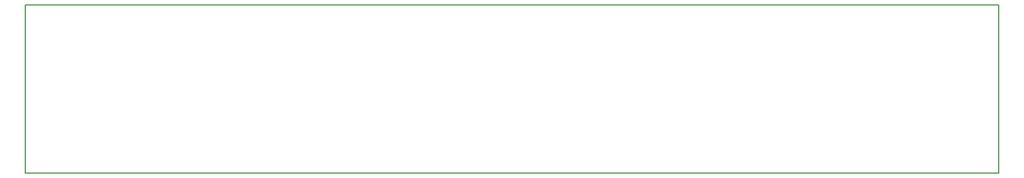
<source format=gm1>
%TF.GenerationSoftware,KiCad,Pcbnew,8.0.4-8.0.4-0~ubuntu24.04.1*%
%TF.CreationDate,2024-08-12T20:02:11+03:00*%
%TF.ProjectId,breakboard,62726561-6b62-46f6-9172-642e6b696361,rev?*%
%TF.SameCoordinates,Original*%
%TF.FileFunction,Profile,NP*%
%FSLAX46Y46*%
G04 Gerber Fmt 4.6, Leading zero omitted, Abs format (unit mm)*
G04 Created by KiCad (PCBNEW 8.0.4-8.0.4-0~ubuntu24.04.1) date 2024-08-12 20:02:11*
%MOMM*%
%LPD*%
G01*
G04 APERTURE LIST*
%TA.AperFunction,Profile*%
%ADD10C,0.200000*%
%TD*%
G04 APERTURE END LIST*
D10*
X78000000Y-62750000D02*
X228000000Y-62750000D01*
X228000000Y-88750000D01*
X78000000Y-88750000D01*
X78000000Y-62750000D01*
M02*

</source>
